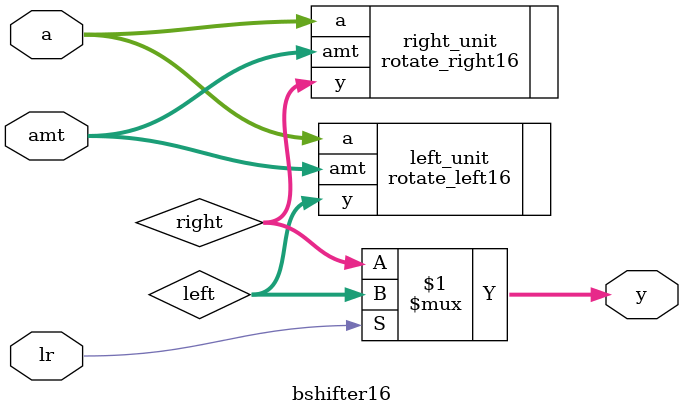
<source format=v>
`timescale 1ns / 1ps

module bshifter16(
    input [15:0] a,
    input [3:0] amt,
    input lr,
    output [15:0] y
    );

	wire [15:0] left, right;

	rotate_left16 left_unit(.a(a), .amt(amt), .y(left));
	rotate_right16 right_unit(.a(a), .amt(amt), .y(right));

	// 2-to-1 multiplexer
	assign y = lr ? left : right;

endmodule

</source>
